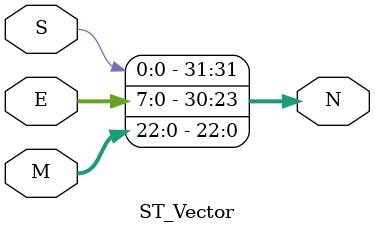
<source format=v>
module ST_Vector(
	input S,
	input [7:0] E,
	input [22:0] M,
	output [31:0] N
	);
       assign N[31] = S;
       assign N[30:23] = E;
       assign N[22:0] = M;
endmodule       


</source>
